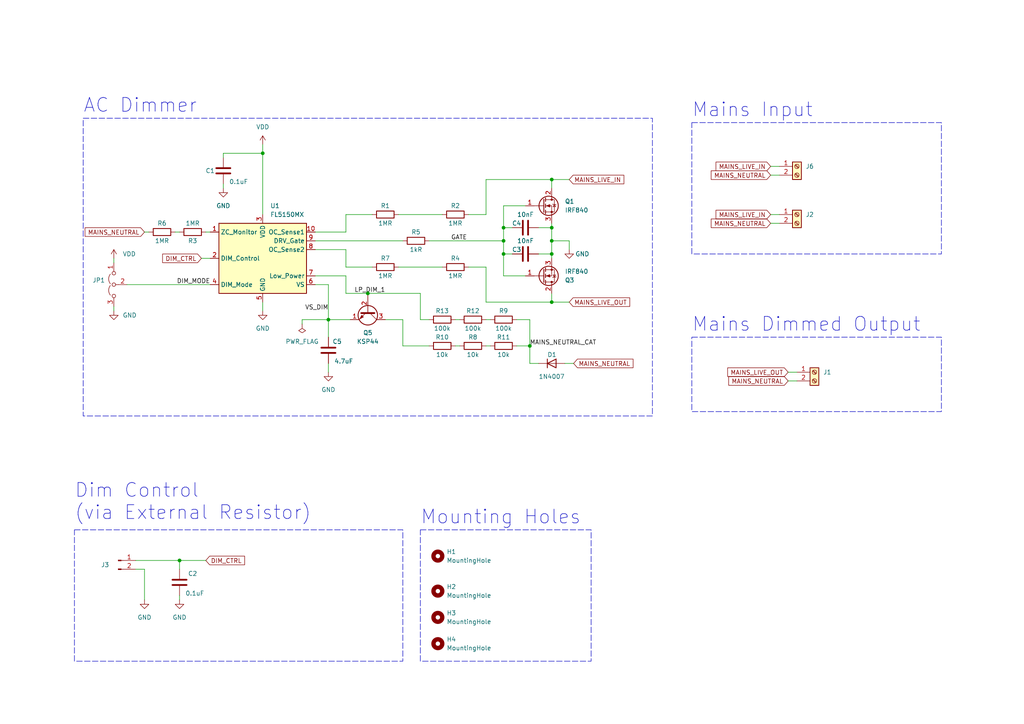
<source format=kicad_sch>
(kicad_sch (version 20230121) (generator eeschema)
  (paper "A4")
  (lib_symbols
    (symbol "Connector:Conn_01x02_Pin" (pin_names (offset 1.016) hide)
      (property "Reference" "J" (at 0 2.54 0))
      (property "Value" "Conn_01x02_Pin" (at 0 -5.08 0))
      (symbol "Conn_01x02_Pin_1_1"
        (polyline (pts (xy 1.27 -2.54) (xy 0.8636 -2.54)) (stroke (width 0.1524)))
        (polyline (pts (xy 1.27 0) (xy 0.8636 0)) (stroke (width 0.1524)))
        (rectangle (start 0.8636 -2.413) (end 0 -2.667) (stroke (width 0.1524)) (fill (type outline)))
        (rectangle (start 0.8636 0.127) (end 0 -0.127) (stroke (width 0.1524)) (fill (type outline)))
        (pin passive line (at 5.08 0 180) (length 3.81) (name "Pin_1") (number "1"))
        (pin passive line (at 5.08 -2.54 180) (length 3.81) (name "Pin_2") (number "2"))
      )
    )
    (symbol "Connector:Screw_Terminal_01x02" (pin_names (offset 1.016) hide)
      (property "Reference" "J" (at 0 2.54 0))
      (property "Value" "Screw_Terminal_01x02" (at 0 -5.08 0))
      (symbol "Screw_Terminal_01x02_1_1"
        (rectangle (start -1.27 1.27) (end 1.27 -3.81) (stroke (width 0.254)) (fill (type background)))
        (circle (center 0 -2.54) (radius 0.635) (stroke (width 0.1524)))
        (polyline (pts (xy -0.5334 -2.2098) (xy 0.3302 -3.048)) (stroke (width 0.1524)))
        (polyline (pts (xy -0.5334 0.3302) (xy 0.3302 -0.508)) (stroke (width 0.1524)))
        (polyline (pts (xy -0.3556 -2.032) (xy 0.508 -2.8702)) (stroke (width 0.1524)))
        (polyline (pts (xy -0.3556 0.508) (xy 0.508 -0.3302)) (stroke (width 0.1524)))
        (circle (center 0 0) (radius 0.635) (stroke (width 0.1524)))
        (pin passive line (at -5.08 0 0) (length 3.81) (name "Pin_1") (number "1"))
        (pin passive line (at -5.08 -2.54 0) (length 3.81) (name "Pin_2") (number "2"))
      )
    )
    (symbol "Device:C" (pin_numbers hide) (pin_names (offset 0.254))
      (property "Reference" "C" (at 0.635 2.54 0))
      (property "Value" "C" (at 0.635 -2.54 0))
      (symbol "C_0_1"
        (polyline (pts (xy -2.032 -0.762) (xy 2.032 -0.762)) (stroke (width 0.508)))
        (polyline (pts (xy -2.032 0.762) (xy 2.032 0.762)) (stroke (width 0.508)))
      )
      (symbol "C_1_1"
        (pin passive line (at 0 3.81 270) (length 2.794) (name "~") (number "1"))
        (pin passive line (at 0 -3.81 90) (length 2.794) (name "~") (number "2"))
      )
    )
    (symbol "Device:D" (pin_numbers hide) (pin_names (offset 1.016) hide)
      (property "Reference" "D" (at 0 2.54 0))
      (property "Value" "D" (at 0 -2.54 0))
      (symbol "D_0_1"
        (polyline (pts (xy -1.27 1.27) (xy -1.27 -1.27)) (stroke (width 0.254)))
        (polyline (pts (xy 1.27 0) (xy -1.27 0)))
        (polyline (pts (xy 1.27 1.27) (xy 1.27 -1.27) (xy -1.27 0) (xy 1.27 1.27)) (stroke (width 0.254)))
      )
      (symbol "D_1_1"
        (pin passive line (at -3.81 0 0) (length 2.54) (name "K") (number "1"))
        (pin passive line (at 3.81 0 180) (length 2.54) (name "A") (number "2"))
      )
    )
    (symbol "Device:Q_NMOS_GDS" (pin_names (offset 0) hide)
      (property "Reference" "Q" (at 5.08 1.27 0))
      (property "Value" "Q_NMOS_GDS" (at 5.08 -1.27 0))
      (symbol "Q_NMOS_GDS_0_1"
        (polyline (pts (xy 0.254 0) (xy -2.54 0)))
        (polyline (pts (xy 0.254 1.905) (xy 0.254 -1.905)) (stroke (width 0.254)))
        (polyline (pts (xy 0.762 -1.27) (xy 0.762 -2.286)) (stroke (width 0.254)))
        (polyline (pts (xy 0.762 0.508) (xy 0.762 -0.508)) (stroke (width 0.254)))
        (polyline (pts (xy 0.762 2.286) (xy 0.762 1.27)) (stroke (width 0.254)))
        (polyline (pts (xy 2.54 2.54) (xy 2.54 1.778)))
        (polyline (pts (xy 2.54 -2.54) (xy 2.54 0) (xy 0.762 0)))
        (polyline (pts (xy 0.762 -1.778) (xy 3.302 -1.778) (xy 3.302 1.778) (xy 0.762 1.778)))
        (polyline (pts (xy 1.016 0) (xy 2.032 0.381) (xy 2.032 -0.381) (xy 1.016 0)) (fill (type outline)))
        (polyline (pts (xy 2.794 0.508) (xy 2.921 0.381) (xy 3.683 0.381) (xy 3.81 0.254)))
        (polyline (pts (xy 3.302 0.381) (xy 2.921 -0.254) (xy 3.683 -0.254) (xy 3.302 0.381)))
        (circle (center 1.651 0) (radius 2.794) (stroke (width 0.254)))
        (circle (center 2.54 -1.778) (radius 0.254) (fill (type outline)))
        (circle (center 2.54 1.778) (radius 0.254) (fill (type outline)))
      )
      (symbol "Q_NMOS_GDS_1_1"
        (pin input line (at -5.08 0 0) (length 2.54) (name "G") (number "1"))
        (pin passive line (at 2.54 5.08 270) (length 2.54) (name "D") (number "2"))
        (pin passive line (at 2.54 -5.08 90) (length 2.54) (name "S") (number "3"))
      )
    )
    (symbol "Device:Q_NPN_EBC" (pin_names (offset 0) hide)
      (property "Reference" "Q" (at 5.08 1.27 0))
      (property "Value" "Q_NPN_EBC" (at 5.08 -1.27 0))
      (symbol "Q_NPN_EBC_0_1"
        (polyline (pts (xy 0.635 0.635) (xy 2.54 2.54)))
        (polyline (pts (xy 0.635 -0.635) (xy 2.54 -2.54) (xy 2.54 -2.54)))
        (polyline (pts (xy 0.635 1.905) (xy 0.635 -1.905) (xy 0.635 -1.905)) (stroke (width 0.508)))
        (polyline (pts (xy 1.27 -1.778) (xy 1.778 -1.27) (xy 2.286 -2.286) (xy 1.27 -1.778) (xy 1.27 -1.778)) (fill (type outline)))
        (circle (center 1.27 0) (radius 2.8194) (stroke (width 0.254)))
      )
      (symbol "Q_NPN_EBC_1_1"
        (pin passive line (at 2.54 -5.08 90) (length 2.54) (name "E") (number "1"))
        (pin passive line (at -5.08 0 0) (length 5.715) (name "B") (number "2"))
        (pin passive line (at 2.54 5.08 270) (length 2.54) (name "C") (number "3"))
      )
    )
    (symbol "Device:R" (pin_numbers hide) (pin_names (offset 0))
      (property "Reference" "R" (at 2.032 0 90))
      (property "Value" "R" (at 0 0 90))
      (symbol "R_0_1"
        (rectangle (start -1.016 -2.54) (end 1.016 2.54) (stroke (width 0.254)))
      )
      (symbol "R_1_1"
        (pin passive line (at 0 3.81 270) (length 1.27) (name "~") (number "1"))
        (pin passive line (at 0 -3.81 90) (length 1.27) (name "~") (number "2"))
      )
    )
    (symbol "Driver_FET:FL5150MX"
      (property "Reference" "U" (at 5.08 -12.7 0))
      (property "Value" "FL5150MX" (at 7.62 -15.24 0))
      (symbol "FL5150MX_0_1"
        (rectangle (start -12.7 10.16) (end 12.7 -10.16) (stroke (width 0.254)) (fill (type background)))
      )
      (symbol "FL5150MX_1_1"
        (pin input line (at -15.24 7.62 0) (length 2.54) (name "ZC_Monitor") (number "1"))
        (pin input line (at 15.24 7.62 180) (length 2.54) (name "OC_Sense1") (number "10"))
        (pin input line (at -15.24 0 0) (length 2.54) (name "DIM_Control") (number "2"))
        (pin power_out line (at 0 12.7 270) (length 2.54) (name "VDD") (number "3"))
        (pin input line (at -15.24 -7.62 0) (length 2.54) (name "DIM_Mode") (number "4"))
        (pin power_out line (at 0 -12.7 90) (length 2.54) (name "GND") (number "5"))
        (pin power_in line (at 15.24 -7.62 180) (length 2.54) (name "VS") (number "6"))
        (pin input line (at 15.24 -5.08 180) (length 2.54) (name "Low_Power") (number "7"))
        (pin input line (at 15.24 2.54 180) (length 2.54) (name "OC_Sense2") (number "8"))
        (pin output line (at 15.24 5.08 180) (length 2.54) (name "DRV_Gate") (number "9"))
      )
    )
    (symbol "Jumper:Jumper_3_Open" (pin_names (offset 0) hide)
      (property "Reference" "JP" (at -2.54 -2.54 0))
      (property "Value" "Jumper_3_Open" (at 0 2.794 0))
      (symbol "Jumper_3_Open_0_0"
        (circle (center -3.302 0) (radius 0.508))
        (circle (center 0 0) (radius 0.508))
        (circle (center 3.302 0) (radius 0.508))
      )
      (symbol "Jumper_3_Open_0_1"
        (arc (start -0.254 1.016) (mid -1.651 1.4992) (end -3.048 1.016))
        (polyline (pts (xy 0 -0.508) (xy 0 -1.27)))
        (arc (start 3.048 1.016) (mid 1.651 1.4992) (end 0.254 1.016))
      )
      (symbol "Jumper_3_Open_1_1"
        (pin passive line (at -6.35 0 0) (length 2.54) (name "A") (number "1"))
        (pin passive line (at 0 -3.81 90) (length 2.54) (name "C") (number "2"))
        (pin passive line (at 6.35 0 180) (length 2.54) (name "B") (number "3"))
      )
    )
    (symbol "Mechanical:MountingHole" (pin_names (offset 1.016))
      (property "Reference" "H" (at 0 5.08 0))
      (property "Value" "MountingHole" (at 0 3.175 0))
      (symbol "MountingHole_0_1"
        (circle (center 0 0) (radius 1.27) (stroke (width 1.27)))
      )
    )
    (symbol "power:GND" (power) (pin_names (offset 0))
      (property "Value" "GND" (at 0 -3.81 0))
      (symbol "GND_0_1"
        (polyline (pts (xy 0 0) (xy 0 -1.27) (xy 1.27 -1.27) (xy 0 -2.54) (xy -1.27 -1.27) (xy 0 -1.27)))
      )
      (symbol "GND_1_1"
        (pin power_in line (at 0 0 270) (length 0) hide (name "GND") (number "1"))
      )
    )
    (symbol "power:PWR_FLAG" (power) (pin_numbers hide) (pin_names (offset 0) hide)
      (property "Value" "PWR_FLAG" (at 0 3.81 0))
      (symbol "PWR_FLAG_0_0"
        (pin power_out line (at 0 0 90) (length 0) (name "pwr") (number "1"))
      )
      (symbol "PWR_FLAG_0_1"
        (polyline (pts (xy 0 0) (xy 0 1.27) (xy -1.016 1.905) (xy 0 2.54) (xy 1.016 1.905) (xy 0 1.27)))
      )
    )
    (symbol "power:VDD" (power) (pin_names (offset 0))
      (property "Value" "VDD" (at 0 3.81 0))
      (symbol "VDD_0_1"
        (polyline (pts (xy -0.762 1.27) (xy 0 2.54)))
        (polyline (pts (xy 0 0) (xy 0 2.54)))
        (polyline (pts (xy 0 2.54) (xy 0.762 1.27)))
      )
      (symbol "VDD_1_1"
        (pin power_in line (at 0 0 90) (length 0) hide (name "VDD") (number "1"))
      )
    )
  )
  (junction (at 153.67 100.33))
  (junction (at 146.05 73.66))
  (junction (at 146.05 69.85))
  (junction (at 106.68 85.09))
  (junction (at 160.02 52.07))
  (junction (at 160.02 69.85))
  (junction (at 146.05 66.04))
  (junction (at 160.02 87.63))
  (junction (at 160.02 66.04))
  (junction (at 52.07 162.56))
  (junction (at 95.25 92.71))
  (junction (at 160.02 73.66))
  (junction (at 76.2 44.45))
  (wire (pts (xy 121.92 92.71) (xy 121.92 85.09)))
  (wire (pts (xy 100.33 77.47) (xy 107.95 77.47)))
  (wire (pts (xy 91.44 82.55) (xy 95.25 82.55)))
  (wire (pts (xy 146.05 69.85) (xy 146.05 73.66)))
  (wire (pts (xy 165.1 69.85) (xy 165.1 72.39)))
  (wire (pts (xy 64.77 53.34) (xy 64.77 54.61)))
  (wire (pts (xy 160.02 73.66) (xy 160.02 74.93)))
  (wire (pts (xy 100.33 80.01) (xy 91.44 80.01)))
  (wire (pts (xy 124.46 69.85) (xy 146.05 69.85)))
  (wire (pts (xy 156.21 66.04) (xy 160.02 66.04)))
  (wire (pts (xy 160.02 66.04) (xy 160.02 69.85)))
  (wire (pts (xy 95.25 105.41) (xy 95.25 107.95)))
  (wire (pts (xy 52.07 162.56) (xy 59.69 162.56)))
  (wire (pts (xy 149.86 100.33) (xy 153.67 100.33)))
  (wire (pts (xy 111.76 92.71) (xy 116.84 92.71)))
  (wire (pts (xy 76.2 87.63) (xy 76.2 90.17)))
  (wire (pts (xy 132.08 100.33) (xy 133.35 100.33)))
  (wire (pts (xy 115.57 62.23) (xy 128.27 62.23)))
  (wire (pts (xy 116.84 92.71) (xy 116.84 100.33)))
  (wire (pts (xy 160.02 52.07) (xy 165.1 52.07)))
  (wire (pts (xy 100.33 62.23) (xy 100.33 67.31)))
  (wire (pts (xy 153.67 100.33) (xy 153.67 105.41)))
  (wire (pts (xy 146.05 80.01) (xy 152.4 80.01)))
  (wire (pts (xy 106.68 85.09) (xy 100.33 85.09)))
  (wire (pts (xy 76.2 41.91) (xy 76.2 44.45)))
  (wire (pts (xy 100.33 67.31) (xy 91.44 67.31)))
  (wire (pts (xy 146.05 73.66) (xy 146.05 80.01)))
  (wire (pts (xy 223.52 48.26) (xy 226.06 48.26)))
  (wire (pts (xy 39.37 162.56) (xy 52.07 162.56)))
  (wire (pts (xy 140.97 87.63) (xy 140.97 77.47)))
  (wire (pts (xy 135.89 77.47) (xy 140.97 77.47)))
  (wire (pts (xy 91.44 69.85) (xy 116.84 69.85)))
  (wire (pts (xy 153.67 92.71) (xy 153.67 100.33)))
  (wire (pts (xy 91.44 72.39) (xy 100.33 72.39)))
  (wire (pts (xy 36.83 82.55) (xy 60.96 82.55)))
  (wire (pts (xy 160.02 52.07) (xy 140.97 52.07)))
  (wire (pts (xy 106.68 85.09) (xy 121.92 85.09)))
  (wire (pts (xy 100.33 72.39) (xy 100.33 77.47)))
  (wire (pts (xy 52.07 172.72) (xy 52.07 173.99)))
  (wire (pts (xy 33.02 74.93) (xy 33.02 76.2)))
  (wire (pts (xy 223.52 62.23) (xy 226.06 62.23)))
  (wire (pts (xy 95.25 92.71) (xy 101.6 92.71)))
  (wire (pts (xy 146.05 59.69) (xy 152.4 59.69)))
  (wire (pts (xy 146.05 66.04) (xy 148.59 66.04)))
  (wire (pts (xy 59.69 67.31) (xy 60.96 67.31)))
  (wire (pts (xy 95.25 82.55) (xy 95.25 92.71)))
  (wire (pts (xy 116.84 100.33) (xy 124.46 100.33)))
  (wire (pts (xy 160.02 69.85) (xy 165.1 69.85)))
  (wire (pts (xy 146.05 69.85) (xy 146.05 66.04)))
  (wire (pts (xy 64.77 45.72) (xy 64.77 44.45)))
  (wire (pts (xy 228.6 107.95) (xy 231.14 107.95)))
  (wire (pts (xy 223.52 50.8) (xy 226.06 50.8)))
  (wire (pts (xy 58.42 74.93) (xy 60.96 74.93)))
  (wire (pts (xy 95.25 92.71) (xy 95.25 97.79)))
  (wire (pts (xy 100.33 85.09) (xy 100.33 80.01)))
  (wire (pts (xy 50.8 67.31) (xy 52.07 67.31)))
  (wire (pts (xy 107.95 62.23) (xy 100.33 62.23)))
  (wire (pts (xy 160.02 69.85) (xy 160.02 73.66)))
  (wire (pts (xy 140.97 100.33) (xy 142.24 100.33)))
  (wire (pts (xy 228.6 110.49) (xy 231.14 110.49)))
  (wire (pts (xy 41.91 165.1) (xy 41.91 173.99)))
  (wire (pts (xy 163.83 105.41) (xy 166.37 105.41)))
  (wire (pts (xy 64.77 44.45) (xy 76.2 44.45)))
  (wire (pts (xy 153.67 105.41) (xy 156.21 105.41)))
  (wire (pts (xy 41.91 67.31) (xy 43.18 67.31)))
  (wire (pts (xy 160.02 54.61) (xy 160.02 52.07)))
  (wire (pts (xy 160.02 85.09) (xy 160.02 87.63)))
  (wire (pts (xy 160.02 87.63) (xy 140.97 87.63)))
  (wire (pts (xy 87.63 92.71) (xy 87.63 93.98)))
  (wire (pts (xy 52.07 162.56) (xy 52.07 165.1)))
  (wire (pts (xy 39.37 165.1) (xy 41.91 165.1)))
  (wire (pts (xy 149.86 92.71) (xy 153.67 92.71)))
  (wire (pts (xy 124.46 92.71) (xy 121.92 92.71)))
  (wire (pts (xy 140.97 52.07) (xy 140.97 62.23)))
  (wire (pts (xy 115.57 77.47) (xy 128.27 77.47)))
  (wire (pts (xy 132.08 92.71) (xy 133.35 92.71)))
  (wire (pts (xy 146.05 73.66) (xy 148.59 73.66)))
  (wire (pts (xy 33.02 88.9) (xy 33.02 90.17)))
  (wire (pts (xy 156.21 73.66) (xy 160.02 73.66)))
  (wire (pts (xy 76.2 44.45) (xy 76.2 62.23)))
  (wire (pts (xy 223.52 64.77) (xy 226.06 64.77)))
  (wire (pts (xy 140.97 92.71) (xy 142.24 92.71)))
  (wire (pts (xy 160.02 64.77) (xy 160.02 66.04)))
  (wire (pts (xy 135.89 62.23) (xy 140.97 62.23)))
  (wire (pts (xy 160.02 87.63) (xy 165.1 87.63)))
  (wire (pts (xy 95.25 92.71) (xy 87.63 92.71)))
  (wire (pts (xy 146.05 66.04) (xy 146.05 59.69)))
  (rectangle (start 200.66 97.79) (end 273.05 119.38) (stroke (width 0) (type dash)))
  (rectangle (start 121.92 153.67) (end 171.45 191.77) (stroke (width 0) (type dash)))
  (rectangle (start 200.66 35.56) (end 273.05 73.66) (stroke (width 0) (type dash)))
  (rectangle (start 24.13 34.29) (end 189.23 120.65) (stroke (width 0) (type dash)))
  (rectangle (start 21.59 153.67) (end 116.84 191.77) (stroke (width 0) (type dash)))
  (text "Mains Input" (at 200.66 34.29 0) (effects (font (size 4 4)) (justify left bottom)))
  (text "AC Dimmer" (at 24.13 33.02 0) (effects (font (size 4 4)) (justify left bottom)))
  (text "Mounting Holes" (at 121.92 152.4 0) (effects (font (size 4 4)) (justify left bottom)))
  (text "Dim Control\n(via External Resistor)" (at 21.59 151.13 0) (effects (font (size 4 4)) (justify left bottom)))
  (text "Mains Dimmed Output" (at 200.66 96.52 0) (effects (font (size 4 4)) (justify left bottom)))
  (label "MAINS_NEUTRAL_CAT" (at 153.67 100.33 0))
  (label "DIM_MODE" (at 60.96 82.55 180))
  (label "LP_DIM_1" (at 111.76 85.09 180))
  (label "GATE" (at 130.81 69.85 0))
  (label "VS_DIM" (at 95.25 90.17 180))
  (global_label "MAINS_NEUTRAL" (shape input) (at 228.6 110.49 180) (property "Intersheetrefs" "${INTERSHEET_REFS}" (effects hide)))
  (global_label "MAINS_NEUTRAL" (shape input) (at 166.37 105.41 0) (property "Intersheetrefs" "${INTERSHEET_REFS}" (effects hide)))
  (global_label "MAINS_NEUTRAL" (shape input) (at 223.52 50.8 180) (property "Intersheetrefs" "${INTERSHEET_REFS}" (effects hide)))
  (global_label "MAINS_LIVE_IN" (shape input) (at 223.52 62.23 180) (property "Intersheetrefs" "${INTERSHEET_REFS}" (effects hide)))
  (global_label "MAINS_NEUTRAL" (shape input) (at 223.52 64.77 180) (property "Intersheetrefs" "${INTERSHEET_REFS}" (effects hide)))
  (global_label "DIM_CTRL" (shape input) (at 59.69 162.56 0) (property "Intersheetrefs" "${INTERSHEET_REFS}" (effects hide)))
  (global_label "MAINS_LIVE_IN" (shape input) (at 223.52 48.26 180) (property "Intersheetrefs" "${INTERSHEET_REFS}" (effects hide)))
  (global_label "MAINS_LIVE_OUT" (shape input) (at 165.1 87.63 0) (property "Intersheetrefs" "${INTERSHEET_REFS}" (effects hide)))
  (global_label "MAINS_LIVE_OUT" (shape input) (at 228.6 107.95 180) (property "Intersheetrefs" "${INTERSHEET_REFS}" (effects hide)))
  (global_label "MAINS_LIVE_IN" (shape input) (at 165.1 52.07 0) (property "Intersheetrefs" "${INTERSHEET_REFS}" (effects hide)))
  (global_label "DIM_CTRL" (shape input) (at 58.42 74.93 180) (property "Intersheetrefs" "${INTERSHEET_REFS}" (effects hide)))
  (global_label "MAINS_NEUTRAL" (shape input) (at 41.91 67.31 180) (property "Intersheetrefs" "${INTERSHEET_REFS}" (effects hide)))
  (symbol (lib_id "Device:R") (at 128.27 100.33 90) (unit 1)
    (property "Reference" "R10" (at 128.27 97.79 90))
    (property "Value" "10k" (at 128.27 102.87 90))
    (property "Footprint" "Resistor_SMD:R_1206_3216Metric" (effects hide))
  )
  (symbol (lib_id "Device:R") (at 146.05 92.71 90) (unit 1)
    (property "Reference" "R9" (at 146.05 90.17 90))
    (property "Value" "100k" (at 146.05 95.25 90))
    (property "Footprint" "Resistor_SMD:R_1206_3216Metric" (effects hide))
  )
  (symbol (lib_id "power:VDD") (at 33.02 74.93 0) (unit 1)
    (property "Reference" "#PWR07" (effects hide))
    (property "Value" "VDD" (at 35.56 73.66 0) (effects (justify left)))
  )
  (symbol (lib_id "Device:R") (at 132.08 77.47 90) (unit 1)
    (property "Reference" "R4" (at 132.08 74.93 90))
    (property "Value" "1MR" (at 132.08 80.01 90))
    (property "Footprint" "Resistor_SMD:R_1206_3216Metric" (effects hide))
  )
  (symbol (lib_id "Device:Q_NMOS_GDS") (at 157.48 59.69 0) (unit 1)
    (property "Reference" "Q1" (at 163.83 58.42 0) (effects (justify left)))
    (property "Value" "IRF840" (at 163.83 60.96 0) (effects (justify left)))
    (property "Footprint" "Package_TO_SOT_THT:TO-220-3_Vertical" (effects hide))
  )
  (symbol (lib_id "Device:C") (at 95.25 101.6 0) (unit 1)
    (property "Reference" "C5" (at 97.79 99.06 0))
    (property "Value" "4.7uF" (at 99.695 104.775 0))
    (property "Footprint" "Capacitor_SMD:C_1206_3216Metric" (effects hide))
  )
  (symbol (lib_id "Connector:Screw_Terminal_01x02") (at 231.14 62.23 0) (unit 1)
    (property "Reference" "J2" (at 233.68 62.23 0) (effects (justify left)))
    (property "Value" "Screw_Terminal_01x02" (effects hide))
    (property "Footprint" "TerminalBlock_Phoenix:TerminalBlock_Phoenix_MKDS-1,5-2-5.08_1x02_P5.08mm_Horizontal" (effects hide))
  )
  (symbol (lib_id "Device:D") (at 160.02 105.41 0) (unit 1)
    (property "Reference" "D1" (at 158.75 102.87 0) (effects (justify left)))
    (property "Value" "1N4007" (at 156.21 109.22 0) (effects (justify left)))
    (property "Footprint" "Diode_THT:D_DO-41_SOD81_P10.16mm_Horizontal" (effects hide))
    (property "Sim.Device" "D" (effects hide))
    (property "Sim.Pins" "1=K 2=A" (effects hide))
  )
  (symbol (lib_id "Device:R") (at 120.65 69.85 90) (unit 1)
    (property "Reference" "R5" (at 120.65 67.31 90))
    (property "Value" "1kR" (at 120.65 72.39 90))
    (property "Footprint" "Resistor_SMD:R_1206_3216Metric" (effects hide))
  )
  (symbol (lib_id "Device:R") (at 111.76 77.47 90) (unit 1)
    (property "Reference" "R7" (at 111.76 74.93 90))
    (property "Value" "1MR" (at 111.76 80.01 90))
    (property "Footprint" "Resistor_SMD:R_1206_3216Metric" (effects hide))
  )
  (symbol (lib_id "power:GND") (at 95.25 107.95 0) (unit 1)
    (property "Reference" "#PWR05" (effects hide))
    (property "Value" "GND" (at 95.25 113.03 0))
  )
  (symbol (lib_id "Device:Q_NPN_EBC") (at 106.68 90.17 270) (unit 1)
    (property "Reference" "Q5" (at 106.68 96.52 90))
    (property "Value" "KSP44" (at 106.68 99.06 90))
    (property "Footprint" "Package_TO_SOT_THT:TO-92_Inline" (effects hide))
  )
  (symbol (lib_id "Device:C") (at 152.4 73.66 90) (unit 1)
    (property "Reference" "C3" (at 149.86 72.39 90))
    (property "Value" "10nF" (at 152.4 69.85 90))
    (property "Footprint" "Capacitor_SMD:C_1206_3216Metric" (effects hide))
  )
  (symbol (lib_id "Device:R") (at 55.88 67.31 270) (unit 1)
    (property "Reference" "R3" (at 55.88 69.85 90))
    (property "Value" "1MR" (at 55.88 64.77 90))
    (property "Footprint" "Resistor_SMD:R_1206_3216Metric" (effects hide))
  )
  (symbol (lib_id "power:PWR_FLAG") (at 87.63 93.98 180) (unit 1)
    (property "Reference" "#FLG01" (effects hide))
    (property "Value" "PWR_FLAG" (at 87.63 99.06 0))
  )
  (symbol (lib_id "power:GND") (at 41.91 173.99 0) (unit 1)
    (property "Reference" "#PWR08" (effects hide))
    (property "Value" "GND" (at 41.91 179.07 0))
  )
  (symbol (lib_id "Mechanical:MountingHole") (at 127 171.45 0) (unit 1)
    (property "Reference" "H2" (at 129.54 170.18 0) (effects (justify left)))
    (property "Value" "MountingHole" (at 129.54 172.72 0) (effects (justify left)))
    (property "Footprint" "MountingHole:MountingHole_2.7mm_M2.5_ISO7380" (effects hide))
  )
  (symbol (lib_id "power:VDD") (at 76.2 41.91 0) (unit 1)
    (property "Reference" "#PWR06" (effects hide))
    (property "Value" "VDD" (at 76.2 36.83 0))
  )
  (symbol (lib_id "Connector:Screw_Terminal_01x02") (at 236.22 107.95 0) (unit 1)
    (property "Reference" "J1" (at 238.76 107.95 0) (effects (justify left)))
    (property "Value" "Screw_Terminal_01x02" (effects hide))
    (property "Footprint" "TerminalBlock_Phoenix:TerminalBlock_Phoenix_MKDS-1,5-2-5.08_1x02_P5.08mm_Horizontal" (effects hide))
  )
  (symbol (lib_id "power:GND") (at 52.07 173.99 0) (unit 1)
    (property "Reference" "#PWR09" (effects hide))
    (property "Value" "GND" (at 52.07 179.07 0))
  )
  (symbol (lib_id "Device:R") (at 132.08 62.23 90) (unit 1)
    (property "Reference" "R2" (at 132.08 59.69 90))
    (property "Value" "1MR" (at 132.08 64.77 90))
    (property "Footprint" "Resistor_SMD:R_1206_3216Metric" (effects hide))
  )
  (symbol (lib_id "Device:R") (at 128.27 92.71 90) (unit 1)
    (property "Reference" "R13" (at 128.27 90.17 90))
    (property "Value" "100k" (at 128.27 95.25 90))
    (property "Footprint" "Resistor_SMD:R_1206_3216Metric" (effects hide))
  )
  (symbol (lib_id "Device:R") (at 46.99 67.31 90) (unit 1)
    (property "Reference" "R6" (at 46.99 64.77 90))
    (property "Value" "1MR" (at 46.99 69.85 90))
    (property "Footprint" "Resistor_SMD:R_1206_3216Metric" (effects hide))
  )
  (symbol (lib_id "Mechanical:MountingHole") (at 127 186.69 0) (unit 1)
    (property "Reference" "H4" (at 129.54 185.42 0) (effects (justify left)))
    (property "Value" "MountingHole" (at 129.54 187.96 0) (effects (justify left)))
    (property "Footprint" "MountingHole:MountingHole_2.7mm_M2.5_ISO7380" (effects hide))
  )
  (symbol (lib_id "Device:R") (at 137.16 92.71 90) (unit 1)
    (property "Reference" "R12" (at 137.16 90.17 90))
    (property "Value" "100k" (at 137.16 95.25 90))
    (property "Footprint" "Resistor_SMD:R_1206_3216Metric" (effects hide))
  )
  (symbol (lib_id "Device:R") (at 137.16 100.33 90) (unit 1)
    (property "Reference" "R8" (at 137.16 97.79 90))
    (property "Value" "10k" (at 137.16 102.87 90))
    (property "Footprint" "Resistor_SMD:R_1206_3216Metric" (effects hide))
  )
  (symbol (lib_id "Device:Q_NMOS_GDS") (at 157.48 80.01 0) (mirror x) (unit 1)
    (property "Reference" "Q3" (at 163.83 81.28 0) (effects (justify left)))
    (property "Value" "IRF840" (at 163.83 78.74 0) (effects (justify left)))
    (property "Footprint" "Package_TO_SOT_THT:TO-220-3_Vertical" (effects hide))
  )
  (symbol (lib_id "Connector:Conn_01x02_Pin") (at 34.29 162.56 0) (unit 1)
    (property "Reference" "J3" (at 30.48 163.83 0))
    (property "Value" "Conn_01x02_Pin" (effects hide))
    (property "Footprint" "Connector_PinHeader_2.54mm:PinHeader_1x02_P2.54mm_Vertical" (effects hide))
  )
  (symbol (lib_id "Jumper:Jumper_3_Open") (at 33.02 82.55 90) (mirror x) (unit 1)
    (property "Reference" "JP1" (at 30.48 81.28 90) (effects (justify left)))
    (property "Value" "Jumper_3_Open" (effects hide))
    (property "Footprint" "Connector_PinHeader_2.54mm:PinHeader_1x03_P2.54mm_Vertical" (effects hide))
  )
  (symbol (lib_id "Device:C") (at 64.77 49.53 0) (unit 1)
    (property "Reference" "C1" (at 60.96 49.53 0))
    (property "Value" "0.1uF" (at 69.215 52.705 0))
    (property "Footprint" "Capacitor_SMD:C_1206_3216Metric" (effects hide))
  )
  (symbol (lib_id "Device:R") (at 111.76 62.23 90) (unit 1)
    (property "Reference" "R1" (at 111.76 59.69 90))
    (property "Value" "1MR" (at 111.76 64.77 90))
    (property "Footprint" "Resistor_SMD:R_1206_3216Metric" (effects hide))
  )
  (symbol (lib_id "power:GND") (at 33.02 90.17 0) (unit 1)
    (property "Reference" "#PWR03" (effects hide))
    (property "Value" "GND" (at 35.56 91.44 0) (effects (justify left)))
  )
  (symbol (lib_id "Device:C") (at 52.07 168.91 0) (unit 1)
    (property "Reference" "C2" (at 55.88 166.37 0))
    (property "Value" "0.1uF" (at 56.515 172.085 0))
    (property "Footprint" "Capacitor_SMD:C_1206_3216Metric" (effects hide))
  )
  (symbol (lib_id "Device:C") (at 152.4 66.04 90) (unit 1)
    (property "Reference" "C4" (at 149.86 64.77 90))
    (property "Value" "10nF" (at 152.4 62.23 90))
    (property "Footprint" "Capacitor_SMD:C_1206_3216Metric" (effects hide))
  )
  (symbol (lib_id "power:GND") (at 64.77 54.61 0) (unit 1)
    (property "Reference" "#PWR02" (effects hide))
    (property "Value" "GND" (at 64.77 59.69 0))
  )
  (symbol (lib_id "power:GND") (at 165.1 72.39 0) (unit 1)
    (property "Reference" "#PWR04" (effects hide))
    (property "Value" "GND" (at 168.91 73.66 0))
  )
  (symbol (lib_id "Device:R") (at 146.05 100.33 90) (unit 1)
    (property "Reference" "R11" (at 146.05 97.79 90))
    (property "Value" "10k" (at 146.05 102.87 90))
    (property "Footprint" "Resistor_SMD:R_1206_3216Metric" (effects hide))
  )
  (symbol (lib_id "Connector:Screw_Terminal_01x02") (at 231.14 48.26 0) (unit 1)
    (property "Reference" "J6" (at 233.68 48.26 0) (effects (justify left)))
    (property "Value" "Screw_Terminal_01x02" (effects hide))
    (property "Footprint" "TerminalBlock_Phoenix:TerminalBlock_Phoenix_MKDS-1,5-2-5.08_1x02_P5.08mm_Horizontal" (effects hide))
  )
  (symbol (lib_id "power:GND") (at 76.2 90.17 0) (unit 1)
    (property "Reference" "#PWR01" (effects hide))
    (property "Value" "GND" (at 76.2 95.25 0))
  )
  (symbol (lib_id "Mechanical:MountingHole") (at 127 161.29 0) (unit 1)
    (property "Reference" "H1" (at 129.54 160.02 0) (effects (justify left)))
    (property "Value" "MountingHole" (at 129.54 162.56 0) (effects (justify left)))
    (property "Footprint" "MountingHole:MountingHole_2.7mm_M2.5_ISO7380" (effects hide))
  )
  (symbol (lib_id "Driver_FET:FL5150MX") (at 76.2 74.93 0) (unit 1)
    (property "Reference" "U1" (at 78.3941 59.69 0) (effects (justify left)))
    (property "Value" "FL5150MX" (at 78.3941 62.23 0) (effects (justify left)))
    (property "Footprint" "Package_SO:SSOP-10_3.9x4.9mm_P1.00mm" (effects hide))
    (property "Datasheet" "https://www.onsemi.com/pub/Collateral/FL5150-D.pdf" (effects hide))
  )
  (symbol (lib_id "Mechanical:MountingHole") (at 127 179.07 0) (unit 1)
    (property "Reference" "H3" (at 129.54 177.8 0) (effects (justify left)))
    (property "Value" "MountingHole" (at 129.54 180.34 0) (effects (justify left)))
    (property "Footprint" "MountingHole:MountingHole_2.7mm_M2.5_ISO7380" (effects hide))
  )
)
</source>
